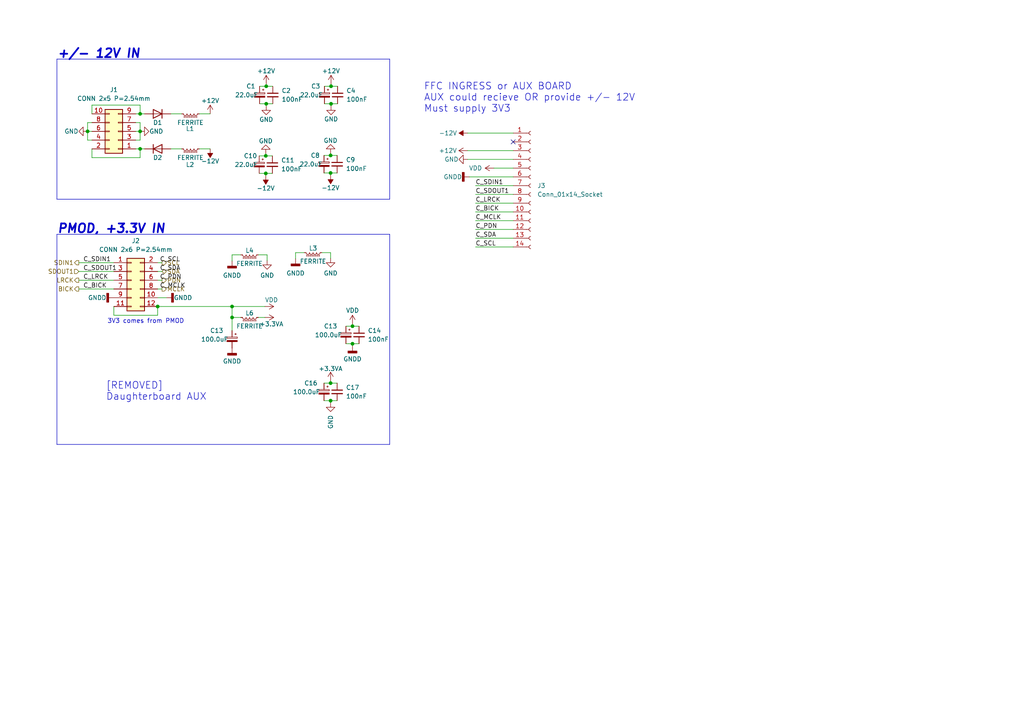
<source format=kicad_sch>
(kicad_sch (version 20230121) (generator eeschema)
  (paper "A4")
  (lib_symbols
    (symbol "Connector:Conn_01x14_Socket" (pin_names (offset 1.016) hide)
      (property "Reference" "J" (at 0 17.78 0))
      (property "Value" "Conn_01x14_Socket" (at 0 -20.32 0))
      (symbol "Conn_01x14_Socket_1_1"
        (arc (start 0 -17.272) (mid -0.5058 -17.78) (end 0 -18.288) (stroke (width 0.1524)))
        (arc (start 0 -14.732) (mid -0.5058 -15.24) (end 0 -15.748) (stroke (width 0.1524)))
        (arc (start 0 -12.192) (mid -0.5058 -12.7) (end 0 -13.208) (stroke (width 0.1524)))
        (arc (start 0 -9.652) (mid -0.5058 -10.16) (end 0 -10.668) (stroke (width 0.1524)))
        (arc (start 0 -7.112) (mid -0.5058 -7.62) (end 0 -8.128) (stroke (width 0.1524)))
        (arc (start 0 -4.572) (mid -0.5058 -5.08) (end 0 -5.588) (stroke (width 0.1524)))
        (arc (start 0 -2.032) (mid -0.5058 -2.54) (end 0 -3.048) (stroke (width 0.1524)))
        (polyline (pts (xy -1.27 -17.78) (xy -0.508 -17.78)) (stroke (width 0.1524)))
        (polyline (pts (xy -1.27 -15.24) (xy -0.508 -15.24)) (stroke (width 0.1524)))
        (polyline (pts (xy -1.27 -12.7) (xy -0.508 -12.7)) (stroke (width 0.1524)))
        (polyline (pts (xy -1.27 -10.16) (xy -0.508 -10.16)) (stroke (width 0.1524)))
        (polyline (pts (xy -1.27 -7.62) (xy -0.508 -7.62)) (stroke (width 0.1524)))
        (polyline (pts (xy -1.27 -5.08) (xy -0.508 -5.08)) (stroke (width 0.1524)))
        (polyline (pts (xy -1.27 -2.54) (xy -0.508 -2.54)) (stroke (width 0.1524)))
        (polyline (pts (xy -1.27 0) (xy -0.508 0)) (stroke (width 0.1524)))
        (polyline (pts (xy -1.27 2.54) (xy -0.508 2.54)) (stroke (width 0.1524)))
        (polyline (pts (xy -1.27 5.08) (xy -0.508 5.08)) (stroke (width 0.1524)))
        (polyline (pts (xy -1.27 7.62) (xy -0.508 7.62)) (stroke (width 0.1524)))
        (polyline (pts (xy -1.27 10.16) (xy -0.508 10.16)) (stroke (width 0.1524)))
        (polyline (pts (xy -1.27 12.7) (xy -0.508 12.7)) (stroke (width 0.1524)))
        (polyline (pts (xy -1.27 15.24) (xy -0.508 15.24)) (stroke (width 0.1524)))
        (arc (start 0 0.508) (mid -0.5058 0) (end 0 -0.508) (stroke (width 0.1524)))
        (arc (start 0 3.048) (mid -0.5058 2.54) (end 0 2.032) (stroke (width 0.1524)))
        (arc (start 0 5.588) (mid -0.5058 5.08) (end 0 4.572) (stroke (width 0.1524)))
        (arc (start 0 8.128) (mid -0.5058 7.62) (end 0 7.112) (stroke (width 0.1524)))
        (arc (start 0 10.668) (mid -0.5058 10.16) (end 0 9.652) (stroke (width 0.1524)))
        (arc (start 0 13.208) (mid -0.5058 12.7) (end 0 12.192) (stroke (width 0.1524)))
        (arc (start 0 15.748) (mid -0.5058 15.24) (end 0 14.732) (stroke (width 0.1524)))
        (pin passive line (at -5.08 15.24 0) (length 3.81) (name "Pin_1") (number "1"))
        (pin passive line (at -5.08 -7.62 0) (length 3.81) (name "Pin_10") (number "10"))
        (pin passive line (at -5.08 -10.16 0) (length 3.81) (name "Pin_11") (number "11"))
        (pin passive line (at -5.08 -12.7 0) (length 3.81) (name "Pin_12") (number "12"))
        (pin passive line (at -5.08 -15.24 0) (length 3.81) (name "Pin_13") (number "13"))
        (pin passive line (at -5.08 -17.78 0) (length 3.81) (name "Pin_14") (number "14"))
        (pin passive line (at -5.08 12.7 0) (length 3.81) (name "Pin_2") (number "2"))
        (pin passive line (at -5.08 10.16 0) (length 3.81) (name "Pin_3") (number "3"))
        (pin passive line (at -5.08 7.62 0) (length 3.81) (name "Pin_4") (number "4"))
        (pin passive line (at -5.08 5.08 0) (length 3.81) (name "Pin_5") (number "5"))
        (pin passive line (at -5.08 2.54 0) (length 3.81) (name "Pin_6") (number "6"))
        (pin passive line (at -5.08 0 0) (length 3.81) (name "Pin_7") (number "7"))
        (pin passive line (at -5.08 -2.54 0) (length 3.81) (name "Pin_8") (number "8"))
        (pin passive line (at -5.08 -5.08 0) (length 3.81) (name "Pin_9") (number "9"))
      )
    )
    (symbol "Connector_Generic:Conn_02x05_Odd_Even" (pin_names (offset 1.016) hide)
      (property "Reference" "J" (at 1.27 7.62 0))
      (property "Value" "Conn_02x05_Odd_Even" (at 1.27 -7.62 0))
      (symbol "Conn_02x05_Odd_Even_1_1"
        (rectangle (start -1.27 -4.953) (end 0 -5.207) (stroke (width 0.1524)))
        (rectangle (start -1.27 -2.413) (end 0 -2.667) (stroke (width 0.1524)))
        (rectangle (start -1.27 0.127) (end 0 -0.127) (stroke (width 0.1524)))
        (rectangle (start -1.27 2.667) (end 0 2.413) (stroke (width 0.1524)))
        (rectangle (start -1.27 5.207) (end 0 4.953) (stroke (width 0.1524)))
        (rectangle (start -1.27 6.35) (end 3.81 -6.35) (stroke (width 0.254)) (fill (type background)))
        (rectangle (start 3.81 -4.953) (end 2.54 -5.207) (stroke (width 0.1524)))
        (rectangle (start 3.81 -2.413) (end 2.54 -2.667) (stroke (width 0.1524)))
        (rectangle (start 3.81 0.127) (end 2.54 -0.127) (stroke (width 0.1524)))
        (rectangle (start 3.81 2.667) (end 2.54 2.413) (stroke (width 0.1524)))
        (rectangle (start 3.81 5.207) (end 2.54 4.953) (stroke (width 0.1524)))
        (pin passive line (at -5.08 5.08 0) (length 3.81) (name "Pin_1") (number "1"))
        (pin passive line (at 7.62 -5.08 180) (length 3.81) (name "Pin_10") (number "10"))
        (pin passive line (at 7.62 5.08 180) (length 3.81) (name "Pin_2") (number "2"))
        (pin passive line (at -5.08 2.54 0) (length 3.81) (name "Pin_3") (number "3"))
        (pin passive line (at 7.62 2.54 180) (length 3.81) (name "Pin_4") (number "4"))
        (pin passive line (at -5.08 0 0) (length 3.81) (name "Pin_5") (number "5"))
        (pin passive line (at 7.62 0 180) (length 3.81) (name "Pin_6") (number "6"))
        (pin passive line (at -5.08 -2.54 0) (length 3.81) (name "Pin_7") (number "7"))
        (pin passive line (at 7.62 -2.54 180) (length 3.81) (name "Pin_8") (number "8"))
        (pin passive line (at -5.08 -5.08 0) (length 3.81) (name "Pin_9") (number "9"))
      )
    )
    (symbol "Connector_Generic:Conn_02x06_Odd_Even" (pin_names (offset 1.016) hide)
      (property "Reference" "J" (at 1.27 7.62 0))
      (property "Value" "Conn_02x06_Odd_Even" (at 1.27 -10.16 0))
      (symbol "Conn_02x06_Odd_Even_1_1"
        (rectangle (start -1.27 -7.493) (end 0 -7.747) (stroke (width 0.1524)))
        (rectangle (start -1.27 -4.953) (end 0 -5.207) (stroke (width 0.1524)))
        (rectangle (start -1.27 -2.413) (end 0 -2.667) (stroke (width 0.1524)))
        (rectangle (start -1.27 0.127) (end 0 -0.127) (stroke (width 0.1524)))
        (rectangle (start -1.27 2.667) (end 0 2.413) (stroke (width 0.1524)))
        (rectangle (start -1.27 5.207) (end 0 4.953) (stroke (width 0.1524)))
        (rectangle (start -1.27 6.35) (end 3.81 -8.89) (stroke (width 0.254)) (fill (type background)))
        (rectangle (start 3.81 -7.493) (end 2.54 -7.747) (stroke (width 0.1524)))
        (rectangle (start 3.81 -4.953) (end 2.54 -5.207) (stroke (width 0.1524)))
        (rectangle (start 3.81 -2.413) (end 2.54 -2.667) (stroke (width 0.1524)))
        (rectangle (start 3.81 0.127) (end 2.54 -0.127) (stroke (width 0.1524)))
        (rectangle (start 3.81 2.667) (end 2.54 2.413) (stroke (width 0.1524)))
        (rectangle (start 3.81 5.207) (end 2.54 4.953) (stroke (width 0.1524)))
        (pin passive line (at -5.08 5.08 0) (length 3.81) (name "Pin_1") (number "1"))
        (pin passive line (at 7.62 -5.08 180) (length 3.81) (name "Pin_10") (number "10"))
        (pin passive line (at -5.08 -7.62 0) (length 3.81) (name "Pin_11") (number "11"))
        (pin passive line (at 7.62 -7.62 180) (length 3.81) (name "Pin_12") (number "12"))
        (pin passive line (at 7.62 5.08 180) (length 3.81) (name "Pin_2") (number "2"))
        (pin passive line (at -5.08 2.54 0) (length 3.81) (name "Pin_3") (number "3"))
        (pin passive line (at 7.62 2.54 180) (length 3.81) (name "Pin_4") (number "4"))
        (pin passive line (at -5.08 0 0) (length 3.81) (name "Pin_5") (number "5"))
        (pin passive line (at 7.62 0 180) (length 3.81) (name "Pin_6") (number "6"))
        (pin passive line (at -5.08 -2.54 0) (length 3.81) (name "Pin_7") (number "7"))
        (pin passive line (at 7.62 -2.54 180) (length 3.81) (name "Pin_8") (number "8"))
        (pin passive line (at -5.08 -5.08 0) (length 3.81) (name "Pin_9") (number "9"))
      )
    )
    (symbol "Device:C_Polarized_Small" (pin_numbers hide) (pin_names (offset 0.254) hide)
      (property "Reference" "C" (at 0.254 1.778 0))
      (property "Value" "C_Polarized_Small" (at 0.254 -2.032 0))
      (symbol "C_Polarized_Small_0_1"
        (rectangle (start -1.524 -0.3048) (end 1.524 -0.6858) (fill (type outline)))
        (rectangle (start -1.524 0.6858) (end 1.524 0.3048))
        (polyline (pts (xy -1.27 1.524) (xy -0.762 1.524)))
        (polyline (pts (xy -1.016 1.27) (xy -1.016 1.778)))
      )
      (symbol "C_Polarized_Small_1_1"
        (pin passive line (at 0 2.54 270) (length 1.8542) (name "~") (number "1"))
        (pin passive line (at 0 -2.54 90) (length 1.8542) (name "~") (number "2"))
      )
    )
    (symbol "Device:C_Small" (pin_numbers hide) (pin_names (offset 0.254) hide)
      (property "Reference" "C" (at 0.254 1.778 0))
      (property "Value" "C_Small" (at 0.254 -2.032 0))
      (symbol "C_Small_0_1"
        (polyline (pts (xy -1.524 -0.508) (xy 1.524 -0.508)) (stroke (width 0.3302)))
        (polyline (pts (xy -1.524 0.508) (xy 1.524 0.508)) (stroke (width 0.3048)))
      )
      (symbol "C_Small_1_1"
        (pin passive line (at 0 2.54 270) (length 2.032) (name "~") (number "1"))
        (pin passive line (at 0 -2.54 90) (length 2.032) (name "~") (number "2"))
      )
    )
    (symbol "Device:L_Ferrite_Small" (pin_numbers hide) (pin_names (offset 0.254) hide)
      (property "Reference" "L" (at 1.27 1.016 0))
      (property "Value" "L_Ferrite_Small" (at 1.27 -1.27 0))
      (symbol "L_Ferrite_Small_0_1"
        (arc (start 0 -2.032) (mid 0.5058 -1.524) (end 0 -1.016))
        (arc (start 0 -1.016) (mid 0.5058 -0.508) (end 0 0))
        (polyline (pts (xy 0.762 -1.905) (xy 0.762 -1.651)))
        (polyline (pts (xy 0.762 -1.397) (xy 0.762 -1.143)))
        (polyline (pts (xy 0.762 -0.889) (xy 0.762 -0.635)))
        (polyline (pts (xy 0.762 -0.381) (xy 0.762 -0.127)))
        (polyline (pts (xy 0.762 0.127) (xy 0.762 0.381)))
        (polyline (pts (xy 0.762 0.635) (xy 0.762 0.889)))
        (polyline (pts (xy 0.762 1.143) (xy 0.762 1.397)))
        (polyline (pts (xy 0.762 1.651) (xy 0.762 1.905)))
        (polyline (pts (xy 1.016 -1.651) (xy 1.016 -1.905)))
        (polyline (pts (xy 1.016 -1.143) (xy 1.016 -1.397)))
        (polyline (pts (xy 1.016 -0.635) (xy 1.016 -0.889)))
        (polyline (pts (xy 1.016 -0.127) (xy 1.016 -0.381)))
        (polyline (pts (xy 1.016 0.381) (xy 1.016 0.127)))
        (polyline (pts (xy 1.016 0.889) (xy 1.016 0.635)))
        (polyline (pts (xy 1.016 1.397) (xy 1.016 1.143)))
        (polyline (pts (xy 1.016 1.905) (xy 1.016 1.651)))
        (arc (start 0 0) (mid 0.5058 0.508) (end 0 1.016))
        (arc (start 0 1.016) (mid 0.5058 1.524) (end 0 2.032))
      )
      (symbol "L_Ferrite_Small_1_1"
        (pin passive line (at 0 2.54 270) (length 0.508) (name "~") (number "1"))
        (pin passive line (at 0 -2.54 90) (length 0.508) (name "~") (number "2"))
      )
    )
    (symbol "Diode:US1G" (pin_numbers hide) (pin_names (offset 1.016) hide)
      (property "Reference" "D" (at 0 2.54 0))
      (property "Value" "US1G" (at 0 -2.54 0))
      (symbol "US1G_0_1"
        (polyline (pts (xy -1.27 1.27) (xy -1.27 -1.27)) (stroke (width 0.254)))
        (polyline (pts (xy 1.27 0) (xy -1.27 0)))
        (polyline (pts (xy 1.27 1.27) (xy 1.27 -1.27) (xy -1.27 0) (xy 1.27 1.27)) (stroke (width 0.254)))
      )
      (symbol "US1G_1_1"
        (pin passive line (at -3.81 0 0) (length 2.54) (name "K") (number "1"))
        (pin passive line (at 3.81 0 180) (length 2.54) (name "A") (number "2"))
      )
    )
    (symbol "power:+12V" (power) (pin_names (offset 0))
      (property "Value" "+12V" (at 0 3.556 0))
      (symbol "+12V_0_1"
        (polyline (pts (xy -0.762 1.27) (xy 0 2.54)))
        (polyline (pts (xy 0 0) (xy 0 2.54)))
        (polyline (pts (xy 0 2.54) (xy 0.762 1.27)))
      )
      (symbol "+12V_1_1"
        (pin power_in line (at 0 0 90) (length 0) hide (name "+12V") (number "1"))
      )
    )
    (symbol "power:+3.3VA" (power) (pin_names (offset 0))
      (property "Value" "+3.3VA" (at 0 3.556 0))
      (symbol "+3.3VA_0_1"
        (polyline (pts (xy -0.762 1.27) (xy 0 2.54)))
        (polyline (pts (xy 0 0) (xy 0 2.54)))
        (polyline (pts (xy 0 2.54) (xy 0.762 1.27)))
      )
      (symbol "+3.3VA_1_1"
        (pin power_in line (at 0 0 90) (length 0) hide (name "+3.3VA") (number "1"))
      )
    )
    (symbol "power:-12V" (power) (pin_names (offset 0))
      (property "Value" "-12V" (at 0 3.81 0))
      (symbol "-12V_0_0"
        (pin power_in line (at 0 0 90) (length 0) hide (name "-12V") (number "1"))
      )
      (symbol "-12V_0_1"
        (polyline (pts (xy 0 0) (xy 0 1.27) (xy 0.762 1.27) (xy 0 2.54) (xy -0.762 1.27) (xy 0 1.27)) (fill (type outline)))
      )
    )
    (symbol "power:GND" (power) (pin_names (offset 0))
      (property "Value" "GND" (at 0 -3.81 0))
      (symbol "GND_0_1"
        (polyline (pts (xy 0 0) (xy 0 -1.27) (xy 1.27 -1.27) (xy 0 -2.54) (xy -1.27 -1.27) (xy 0 -1.27)))
      )
      (symbol "GND_1_1"
        (pin power_in line (at 0 0 270) (length 0) hide (name "GND") (number "1"))
      )
    )
    (symbol "power:GNDD" (power) (pin_names (offset 0))
      (property "Value" "GNDD" (at 0 -3.175 0))
      (symbol "GNDD_0_1"
        (rectangle (start -1.27 -1.524) (end 1.27 -2.032) (stroke (width 0.254)) (fill (type outline)))
        (polyline (pts (xy 0 0) (xy 0 -1.524)))
      )
      (symbol "GNDD_1_1"
        (pin power_in line (at 0 0 270) (length 0) hide (name "GNDD") (number "1"))
      )
    )
    (symbol "power:VDD" (power) (pin_names (offset 0))
      (property "Value" "VDD" (at 0 3.81 0))
      (symbol "VDD_0_1"
        (polyline (pts (xy -0.762 1.27) (xy 0 2.54)))
        (polyline (pts (xy 0 0) (xy 0 2.54)))
        (polyline (pts (xy 0 2.54) (xy 0.762 1.27)))
      )
      (symbol "VDD_1_1"
        (pin power_in line (at 0 0 90) (length 0) hide (name "VDD") (number "1"))
      )
    )
  )
  (junction (at 45.72 88.9))
  (junction (at 96.012 30.099))
  (junction (at 77.216 25.019))
  (junction (at 25.4 38.1))
  (junction (at 77.089 50.292))
  (junction (at 95.885 45.085))
  (junction (at 40.64 38.1))
  (junction (at 95.885 111.125))
  (junction (at 77.216 30.099))
  (junction (at 77.089 45.212))
  (junction (at 95.885 50.165))
  (junction (at 40.64 43.18))
  (junction (at 96.012 25.019))
  (junction (at 95.885 116.205))
  (junction (at 67.31 88.9))
  (junction (at 102.235 99.695))
  (junction (at 67.31 92.075))
  (junction (at 40.64 33.02))
  (junction (at 102.235 94.615))
  (no_connect (at 148.844 41.148))
  (wire (pts (xy 75.184 45.212) (xy 77.089 45.212)))
  (wire (pts (xy 93.98 45.085) (xy 95.885 45.085)))
  (polyline (pts (xy 113.03 57.785) (xy 16.51 57.785)))
  (wire (pts (xy 93.98 116.205) (xy 95.885 116.205)))
  (wire (pts (xy 45.72 78.74) (xy 46.99 78.74)))
  (wire (pts (xy 77.089 50.292) (xy 77.089 50.927)))
  (wire (pts (xy 96.012 30.099) (xy 96.012 30.734)))
  (polyline (pts (xy 19.05 17.145) (xy 113.03 17.145)))
  (wire (pts (xy 40.64 45.72) (xy 26.67 45.72)))
  (wire (pts (xy 100.33 99.695) (xy 102.235 99.695)))
  (wire (pts (xy 40.64 43.18) (xy 40.64 45.72)))
  (wire (pts (xy 74.93 73.914) (xy 77.47 73.914)))
  (wire (pts (xy 22.86 81.28) (xy 33.02 81.28)))
  (wire (pts (xy 77.47 75.565) (xy 77.47 73.914)))
  (wire (pts (xy 96.012 30.099) (xy 97.917 30.099)))
  (wire (pts (xy 95.885 111.125) (xy 97.79 111.125)))
  (wire (pts (xy 77.216 30.099) (xy 79.121 30.099)))
  (wire (pts (xy 93.98 50.165) (xy 95.885 50.165)))
  (wire (pts (xy 95.885 74.93) (xy 95.885 73.279)))
  (wire (pts (xy 95.885 44.45) (xy 95.885 45.085)))
  (wire (pts (xy 49.53 43.18) (xy 52.705 43.18)))
  (wire (pts (xy 39.37 33.02) (xy 40.64 33.02)))
  (wire (pts (xy 40.64 33.02) (xy 41.91 33.02)))
  (wire (pts (xy 77.216 24.384) (xy 77.216 25.019)))
  (wire (pts (xy 33.02 88.9) (xy 33.02 91.44)))
  (wire (pts (xy 39.37 35.56) (xy 40.64 35.56)))
  (polyline (pts (xy 16.51 57.785) (xy 16.51 17.145)))
  (wire (pts (xy 95.885 50.165) (xy 95.885 50.8)))
  (wire (pts (xy 25.4 35.56) (xy 26.67 35.56)))
  (wire (pts (xy 77.089 45.212) (xy 78.994 45.212)))
  (wire (pts (xy 40.64 43.18) (xy 41.91 43.18)))
  (wire (pts (xy 45.72 86.36) (xy 48.26 86.36)))
  (wire (pts (xy 102.235 93.98) (xy 102.235 94.615)))
  (polyline (pts (xy 113.03 67.945) (xy 113.03 128.905)))
  (wire (pts (xy 67.31 73.914) (xy 67.31 75.692)))
  (wire (pts (xy 137.922 58.928) (xy 148.844 58.928)))
  (wire (pts (xy 67.31 73.914) (xy 69.85 73.914)))
  (wire (pts (xy 137.922 66.548) (xy 148.844 66.548)))
  (wire (pts (xy 57.785 43.18) (xy 60.96 43.18)))
  (wire (pts (xy 22.86 78.74) (xy 33.02 78.74)))
  (wire (pts (xy 45.72 83.82) (xy 46.99 83.82)))
  (wire (pts (xy 45.72 88.9) (xy 67.31 88.9)))
  (wire (pts (xy 95.885 116.205) (xy 97.79 116.205)))
  (wire (pts (xy 95.885 116.205) (xy 95.885 116.84)))
  (wire (pts (xy 33.02 91.44) (xy 45.72 91.44)))
  (wire (pts (xy 26.67 30.48) (xy 26.67 33.02)))
  (wire (pts (xy 22.86 76.2) (xy 33.02 76.2)))
  (wire (pts (xy 95.885 110.49) (xy 95.885 111.125)))
  (wire (pts (xy 96.012 24.384) (xy 96.012 25.019)))
  (wire (pts (xy 26.67 40.64) (xy 25.4 40.64)))
  (wire (pts (xy 136.144 51.308) (xy 148.844 51.308)))
  (wire (pts (xy 137.922 71.628) (xy 148.844 71.628)))
  (wire (pts (xy 39.37 40.64) (xy 40.64 40.64)))
  (wire (pts (xy 40.64 38.1) (xy 40.64 40.64)))
  (wire (pts (xy 45.72 81.28) (xy 46.99 81.28)))
  (wire (pts (xy 137.922 69.088) (xy 148.844 69.088)))
  (polyline (pts (xy 16.51 17.145) (xy 19.05 17.145)))
  (wire (pts (xy 137.922 56.388) (xy 148.844 56.388)))
  (wire (pts (xy 93.98 111.125) (xy 95.885 111.125)))
  (wire (pts (xy 135.636 46.228) (xy 148.844 46.228)))
  (wire (pts (xy 85.725 73.279) (xy 88.265 73.279)))
  (wire (pts (xy 45.72 76.2) (xy 46.99 76.2)))
  (wire (pts (xy 77.216 25.019) (xy 79.121 25.019)))
  (polyline (pts (xy 16.51 67.945) (xy 16.51 128.905)))
  (wire (pts (xy 93.345 73.279) (xy 95.885 73.279)))
  (wire (pts (xy 94.107 30.099) (xy 96.012 30.099)))
  (wire (pts (xy 74.93 92.075) (xy 76.835 92.075)))
  (wire (pts (xy 49.53 33.02) (xy 52.705 33.02)))
  (wire (pts (xy 135.636 38.608) (xy 148.844 38.608)))
  (wire (pts (xy 102.235 94.615) (xy 104.14 94.615)))
  (wire (pts (xy 102.235 99.695) (xy 104.14 99.695)))
  (polyline (pts (xy 16.51 67.945) (xy 113.03 67.945)))
  (wire (pts (xy 67.31 88.9) (xy 76.835 88.9)))
  (wire (pts (xy 22.86 83.82) (xy 33.02 83.82)))
  (wire (pts (xy 40.64 33.02) (xy 40.64 30.48)))
  (wire (pts (xy 77.089 44.577) (xy 77.089 45.212)))
  (wire (pts (xy 75.311 25.019) (xy 77.216 25.019)))
  (wire (pts (xy 100.33 94.615) (xy 102.235 94.615)))
  (wire (pts (xy 95.885 50.165) (xy 97.79 50.165)))
  (wire (pts (xy 25.4 38.1) (xy 26.67 38.1)))
  (wire (pts (xy 26.67 45.72) (xy 26.67 43.18)))
  (wire (pts (xy 77.216 30.099) (xy 77.216 30.734)))
  (wire (pts (xy 67.31 92.075) (xy 67.31 95.885)))
  (wire (pts (xy 40.64 30.48) (xy 26.67 30.48)))
  (wire (pts (xy 67.31 92.075) (xy 69.85 92.075)))
  (wire (pts (xy 96.012 25.019) (xy 97.917 25.019)))
  (wire (pts (xy 57.785 33.02) (xy 60.96 33.02)))
  (wire (pts (xy 137.922 64.008) (xy 148.844 64.008)))
  (wire (pts (xy 75.184 50.292) (xy 77.089 50.292)))
  (wire (pts (xy 25.4 40.64) (xy 25.4 38.1)))
  (wire (pts (xy 45.72 91.44) (xy 45.72 88.9)))
  (wire (pts (xy 77.089 50.292) (xy 78.994 50.292)))
  (wire (pts (xy 137.922 61.468) (xy 148.844 61.468)))
  (wire (pts (xy 39.37 38.1) (xy 40.64 38.1)))
  (wire (pts (xy 85.725 73.279) (xy 85.725 75.057)))
  (wire (pts (xy 135.636 43.688) (xy 148.844 43.688)))
  (wire (pts (xy 25.4 38.1) (xy 25.4 35.56)))
  (wire (pts (xy 39.37 43.18) (xy 40.64 43.18)))
  (wire (pts (xy 75.311 30.099) (xy 77.216 30.099)))
  (wire (pts (xy 94.107 25.019) (xy 96.012 25.019)))
  (wire (pts (xy 67.31 88.9) (xy 67.31 92.075)))
  (polyline (pts (xy 113.03 17.145) (xy 113.03 57.785)))
  (wire (pts (xy 40.64 35.56) (xy 40.64 38.1)))
  (wire (pts (xy 137.922 53.848) (xy 148.844 53.848)))
  (wire (pts (xy 102.235 99.695) (xy 102.235 100.33)))
  (polyline (pts (xy 113.03 128.905) (xy 16.51 128.905)))
  (wire (pts (xy 143.256 48.768) (xy 148.844 48.768)))
  (wire (pts (xy 95.885 45.085) (xy 97.79 45.085)))
  (text "+/- 12V IN" (at 16.51 17.145 0) (effects (font (size 2.54 2.54) (thickness 0.508) bold italic) (justify left bottom)))
  (text "PMOD, +3.3V IN" (at 16.51 67.945 0) (effects (font (size 2.54 2.54) (thickness 0.508) bold italic) (justify left bottom)))
  (text "3V3 comes from PMOD" (at 31.115 93.98 0) (effects (font (size 1.27 1.27)) (justify left bottom)))
  (text "[REMOVED]\nDaughterboard AUX" (at 30.734 116.332 0) (effects (font (size 2 2)) (justify left bottom)))
  (text "FFC INGRESS or AUX BOARD\nAUX could recieve OR provide +/- 12V\nMust supply 3V3" (at 122.936 32.766 0) (effects (font (size 2 2)) (justify left bottom)))
  (label "C_MCLK" (at 46.355 83.82 0))
  (label "C_SCL" (at 137.922 71.628 0))
  (label "C_SCL" (at 46.355 76.2 0))
  (label "C_SDOUT1" (at 24.13 78.74 0))
  (label "C_LRCK" (at 137.922 58.928 0))
  (label "C_SDA" (at 137.922 69.088 0))
  (label "C_SDIN1" (at 24.13 76.2 0))
  (label "C_BICK" (at 137.922 61.468 0))
  (label "C_PDN" (at 46.355 81.28 0))
  (label "C_PDN" (at 137.922 66.548 0))
  (label "C_MCLK" (at 137.922 64.008 0))
  (label "C_SDOUT1" (at 137.922 56.388 0))
  (label "C_LRCK" (at 24.13 81.28 0))
  (label "C_BICK" (at 24.13 83.82 0))
  (label "C_SDA" (at 46.355 78.74 0))
  (label "C_SDIN1" (at 137.922 53.848 0))
  (hierarchical_label "SDOUT1" (shape input) (at 22.86 78.74 180))
  (hierarchical_label "SDA" (shape bidirectional) (at 46.99 78.74 0))
  (hierarchical_label "LRCK" (shape output) (at 22.86 81.28 180))
  (hierarchical_label "PDN" (shape output) (at 46.99 81.28 0))
  (hierarchical_label "BICK" (shape output) (at 22.86 83.82 180))
  (hierarchical_label "SDIN1" (shape output) (at 22.86 76.2 180))
  (hierarchical_label "SCL" (shape output) (at 46.99 76.2 0))
  (hierarchical_label "MCLK" (shape output) (at 46.99 83.82 0))
  (symbol (lib_id "Connector_Generic:Conn_02x05_Odd_Even") (at 34.29 38.1 180) (unit 1)
    (property "Reference" "J1" (at 33.02 26.035 0))
    (property "Value" "CONN 2x5 P=2.54mm" (at 33.02 28.575 0))
    (property "Footprint" "Connector_PinHeader_2.54mm:PinHeader_2x05_P2.54mm_Horizontal" (effects hide))
    (property "lcsc#" "C492433" (effects hide))
    (property "mfg#" "PZ254R-12-10P" (effects hide))
  )
  (symbol (lib_id "Device:C_Polarized_Small") (at 94.107 27.559 0) (mirror y) (unit 1)
    (property "Reference" "C3" (at 91.567 25.019 0))
    (property "Value" "22.0uF" (at 90.297 27.559 0))
    (property "Footprint" "Capacitor_Tantalum_SMD:CP_EIA-3216-10_Kemet-I" (effects hide))
    (property "mfg#" "CA45-A-16V-22uF-K" (effects hide))
    (property "lcsc#" "C782264" (effects hide))
    (instances (project "eurorack-pmod-pcb" (path "" (reference "C3") (unit 1)) (path "" (reference "C11") (unit 1))))
  )
  (symbol (lib_id "power:GNDD") (at 85.725 75.057 0) (unit 1)
    (property "Reference" "#PWR027" (effects hide))
    (property "Value" "GNDD" (at 85.725 79.248 0))
    (instances (project "eurorack-pmod-pcb" (path "" (reference "#PWR027") (unit 1)) (path "" (reference "#PWR029") (unit 1))))
  )
  (symbol (lib_id "power:GNDD") (at 136.144 51.308 270) (unit 1)
    (property "Reference" "#PWR032" (effects hide))
    (property "Value" "GNDD" (at 131.318 51.308 90))
    (instances (project "eurorack-pmod-pcb" (path "" (reference "#PWR032") (unit 1)) (path "" (reference "#PWR012") (unit 1))))
  )
  (symbol (lib_id "power:+12V") (at 77.216 24.384 0) (unit 1)
    (property "Reference" "#PWR08" (effects hide))
    (property "Value" "+12V" (at 74.549 20.574 0) (effects (justify left)))
    (instances (project "eurorack-pmod-pcb" (path "" (reference "#PWR08") (unit 1)) (path "" (reference "#PWR026") (unit 1))))
  )
  (symbol (lib_id "Device:L_Ferrite_Small") (at 55.245 33.02 270) (unit 1)
    (property "Reference" "L1" (at 55.118 37.338 90))
    (property "Value" "FERRITE" (at 55.245 35.56 90))
    (property "Footprint" "Inductor_SMD:L_0603_1608Metric" (effects hide))
    (property "Datasheet" "https://datasheet.lcsc.com/lcsc/1810311132_Murata-Electronics-BLM18PG121SN1D_C14709.pdf" (effects hide))
    (property "mfg#" "BLM18PG121SN1D" (effects hide))
    (property "lcsc#" "C14709" (effects hide))
  )
  (symbol (lib_id "power:GND") (at 135.636 46.228 270) (mirror x) (unit 1)
    (property "Reference" "#PWR014" (effects hide))
    (property "Value" "GND" (at 128.905 46.228 90) (effects (justify left)))
    (instances (project "eurorack-pmod-pcb" (path "" (reference "#PWR014") (unit 1)) (path "" (reference "#PWR0107") (unit 1))))
  )
  (symbol (lib_id "power:+12V") (at 60.96 33.02 0) (unit 1)
    (property "Reference" "#PWR012" (effects hide))
    (property "Value" "+12V" (at 63.627 29.21 0) (effects (justify right)))
    (instances (project "eurorack-pmod-pcb" (path "" (reference "#PWR012") (unit 1)) (path "" (reference "#PWR013") (unit 1))))
  )
  (symbol (lib_id "Device:C_Polarized_Small") (at 93.98 47.625 0) (mirror y) (unit 1)
    (property "Reference" "C8" (at 91.44 45.085 0))
    (property "Value" "22.0uF" (at 90.17 47.625 0))
    (property "Footprint" "Capacitor_Tantalum_SMD:CP_EIA-3216-10_Kemet-I" (effects hide))
    (property "mfg#" "CA45-A-16V-22uF-K" (effects hide))
    (property "lcsc#" "C782264" (effects hide))
    (instances (project "eurorack-pmod-pcb" (path "" (reference "C8") (unit 1)) (path "" (reference "C9") (unit 1))))
  )
  (symbol (lib_id "power:GND") (at 77.47 75.565 0) (unit 1)
    (property "Reference" "#PWR028" (effects hide))
    (property "Value" "GND" (at 75.438 79.883 0) (effects (justify left)))
  )
  (symbol (lib_id "Diode:US1G") (at 45.72 43.18 0) (unit 1)
    (property "Reference" "D2" (at 45.72 45.72 0))
    (property "Value" "1N4007FL" (effects hide))
    (property "Footprint" "Diode_SMD:D_SOD-123F" (effects hide))
    (property "Datasheet" "https://www.diodes.com/assets/Datasheets/ds16008.pdf" (effects hide))
    (property "dig#" "1655-1N4007FLCT-ND" (effects hide))
    (property "mfg#" "1N4007FL" (effects hide))
    (property "lcsc#" "C2840959" (effects hide))
  )
  (symbol (lib_id "power:GND") (at 95.885 44.45 180) (unit 1)
    (property "Reference" "#PWR019" (effects hide))
    (property "Value" "GND" (at 97.917 40.767 0) (effects (justify left)))
    (instances (project "eurorack-pmod-pcb" (path "" (reference "#PWR019") (unit 1)) (path "" (reference "#PWR031") (unit 1))))
  )
  (symbol (lib_id "power:GNDD") (at 33.02 86.36 270) (unit 1)
    (property "Reference" "#PWR031" (effects hide))
    (property "Value" "GNDD" (at 28.194 86.36 90))
    (instances (project "eurorack-pmod-pcb" (path "" (reference "#PWR031") (unit 1)) (path "" (reference "#PWR09") (unit 1))))
  )
  (symbol (lib_id "power:GNDD") (at 48.26 86.36 90) (unit 1)
    (property "Reference" "#PWR032" (effects hide))
    (property "Value" "GNDD" (at 53.086 86.36 90))
    (instances (project "eurorack-pmod-pcb" (path "" (reference "#PWR032") (unit 1)) (path "" (reference "#PWR011") (unit 1))))
  )
  (symbol (lib_id "Device:L_Ferrite_Small") (at 72.39 73.914 270) (unit 1)
    (property "Reference" "L4" (at 72.39 72.644 90))
    (property "Value" "FERRITE" (at 72.39 76.454 90))
    (property "Footprint" "Inductor_SMD:L_0603_1608Metric" (effects hide))
    (property "Datasheet" "https://datasheet.lcsc.com/lcsc/1810311132_Murata-Electronics-BLM18PG121SN1D_C14709.pdf" (effects hide))
    (property "mfg#" "BLM18PG121SN1D" (effects hide))
    (property "lcsc#" "C14709" (effects hide))
    (instances (project "eurorack-pmod-pcb" (path "" (reference "L4") (unit 1)) (path "" (reference "L3") (unit 1))))
  )
  (symbol (lib_id "Diode:US1G") (at 45.72 33.02 180) (unit 1)
    (property "Reference" "D1" (at 45.72 35.56 0))
    (property "Value" "1N4007FL" (effects hide))
    (property "Footprint" "Diode_SMD:D_SOD-123F" (effects hide))
    (property "Datasheet" "https://www.diodes.com/assets/Datasheets/ds16008.pdf" (effects hide))
    (property "dig#" "1655-1N4007FLCT-ND" (effects hide))
    (property "mfg#" "1N4007FL" (effects hide))
    (property "lcsc#" "C2840959" (effects hide))
  )
  (symbol (lib_id "Device:C_Polarized_Small") (at 75.311 27.559 0) (mirror y) (unit 1)
    (property "Reference" "C1" (at 72.771 25.019 0))
    (property "Value" "22.0uF" (at 71.501 27.559 0))
    (property "Footprint" "Capacitor_Tantalum_SMD:CP_EIA-3216-10_Kemet-I" (effects hide))
    (property "mfg#" "CA45-A-16V-22uF-K" (effects hide))
    (property "lcsc#" "C782264" (effects hide))
    (instances (project "eurorack-pmod-pcb" (path "" (reference "C1") (unit 1)) (path "" (reference "C5") (unit 1))))
  )
  (symbol (lib_id "Connector_Generic:Conn_02x06_Odd_Even") (at 38.1 81.28 0) (unit 1)
    (property "Reference" "J2" (at 39.37 69.85 0))
    (property "Value" "CONN 2x6 P=2.54mm" (at 39.37 72.39 0))
    (property "Footprint" "Connector_PinHeader_2.54mm:PinHeader_2x06_P2.54mm_Horizontal" (effects hide))
    (property "lcsc#" "C2894986" (effects hide))
    (property "mfg#" "PZ254-2-06-W-8.5" (effects hide))
  )
  (symbol (lib_id "Device:C_Small") (at 97.79 113.665 0) (unit 1)
    (property "Reference" "C17" (at 100.33 112.4012 0) (effects (justify left)))
    (property "Value" "100nF" (at 100.33 114.9412 0) (effects (justify left)))
    (property "Footprint" "Capacitor_SMD:C_0603_1608Metric" (effects hide))
    (property "Datasheet" "https://datasheet.lcsc.com/lcsc/1912111437_TDK-C1608X7R1E104KT000N_C338036.pdf" (effects hide))
    (property "lcsc#" "C338036" (effects hide))
    (property "mfg#" "C1608X7R1E104KT000N" (effects hide))
    (instances (project "eurorack-pmod-pcb" (path "" (reference "C17") (unit 1)) (path "" (reference "C14") (unit 1))))
  )
  (symbol (lib_id "power:GND") (at 95.885 116.84 0) (unit 1)
    (property "Reference" "#PWR048" (effects hide))
    (property "Value" "GND" (at 95.885 124.46 90) (effects (justify left)))
    (instances (project "eurorack-pmod-pcb" (path "" (reference "#PWR048") (unit 1)) (path "" (reference "#PWR037") (unit 1))))
  )
  (symbol (lib_id "Device:L_Ferrite_Small") (at 72.39 92.075 270) (unit 1)
    (property "Reference" "L6" (at 72.39 90.805 90))
    (property "Value" "FERRITE" (at 72.39 94.615 90))
    (property "Footprint" "Inductor_SMD:L_0603_1608Metric" (effects hide))
    (property "Datasheet" "https://datasheet.lcsc.com/lcsc/1810311132_Murata-Electronics-BLM18PG121SN1D_C14709.pdf" (effects hide))
    (property "mfg#" "BLM18PG121SN1D" (effects hide))
    (property "lcsc#" "C14709" (effects hide))
    (instances (project "eurorack-pmod-pcb" (path "" (reference "L6") (unit 1)) (path "" (reference "L4") (unit 1))))
  )
  (symbol (lib_id "Device:C_Small") (at 78.994 47.752 0) (unit 1)
    (property "Reference" "C11" (at 81.534 46.4882 0) (effects (justify left)))
    (property "Value" "100nF" (at 81.534 49.0282 0) (effects (justify left)))
    (property "Footprint" "Capacitor_SMD:C_0603_1608Metric" (effects hide))
    (property "Datasheet" "https://datasheet.lcsc.com/lcsc/1912111437_TDK-C1608X7R1E104KT000N_C338036.pdf" (effects hide))
    (property "lcsc#" "C338036" (effects hide))
    (property "mfg#" "C1608X7R1E104KT000N" (effects hide))
    (instances (project "eurorack-pmod-pcb" (path "" (reference "C11") (unit 1)) (path "" (reference "C6") (unit 1))))
  )
  (symbol (lib_id "power:-12V") (at 135.636 38.608 90) (unit 1)
    (property "Reference" "#PWR018" (effects hide))
    (property "Value" "-12V" (at 132.588 38.608 90) (effects (justify left)))
    (instances (project "eurorack-pmod-pcb" (path "" (reference "#PWR018") (unit 1)) (path "" (reference "#PWR0115") (unit 1))))
  )
  (symbol (lib_id "power:+12V") (at 135.636 43.688 90) (unit 1)
    (property "Reference" "#PWR012" (effects hide))
    (property "Value" "+12V" (at 127.254 43.688 90) (effects (justify right)))
    (instances (project "eurorack-pmod-pcb" (path "" (reference "#PWR012") (unit 1)) (path "" (reference "#PWR0114") (unit 1))))
  )
  (symbol (lib_id "Device:C_Polarized_Small") (at 93.98 113.665 0) (mirror y) (unit 1)
    (property "Reference" "C16" (at 90.17 111.125 0))
    (property "Value" "100.0uF" (at 88.9 113.665 0))
    (property "Footprint" "Capacitor_Tantalum_SMD:CP_EIA-3216-10_Kemet-I" (effects hide))
    (property "mfg#" "TLJA107M006R0800" (effects hide))
    (property "lcsc#" "C27279" (effects hide))
    (instances (project "eurorack-pmod-pcb" (path "" (reference "C16") (unit 1)) (path "" (reference "C10") (unit 1))))
  )
  (symbol (lib_id "power:GND") (at 77.089 44.577 180) (unit 1)
    (property "Reference" "#PWR020" (effects hide))
    (property "Value" "GND" (at 79.121 40.894 0) (effects (justify left)))
    (instances (project "eurorack-pmod-pcb" (path "" (reference "#PWR020") (unit 1)) (path "" (reference "#PWR024") (unit 1))))
  )
  (symbol (lib_id "power:-12V") (at 95.885 50.8 180) (unit 1)
    (property "Reference" "#PWR024" (effects hide))
    (property "Value" "-12V" (at 93.218 54.483 0) (effects (justify right)))
    (instances (project "eurorack-pmod-pcb" (path "" (reference "#PWR024") (unit 1)) (path "" (reference "#PWR032") (unit 1))))
  )
  (symbol (lib_id "power:GND") (at 25.4 38.1 270) (mirror x) (unit 1)
    (property "Reference" "#PWR013" (effects hide))
    (property "Value" "GND" (at 18.669 38.1 90) (effects (justify left)))
    (instances (project "eurorack-pmod-pcb" (path "" (reference "#PWR013") (unit 1)) (path "" (reference "#PWR08") (unit 1))))
  )
  (symbol (lib_id "power:GND") (at 40.64 38.1 90) (mirror x) (unit 1)
    (property "Reference" "#PWR014" (effects hide))
    (property "Value" "GND" (at 47.371 38.1 90) (effects (justify left)))
    (instances (project "eurorack-pmod-pcb" (path "" (reference "#PWR014") (unit 1)) (path "" (reference "#PWR010") (unit 1))))
  )
  (symbol (lib_id "Device:C_Small") (at 97.917 27.559 0) (unit 1)
    (property "Reference" "C4" (at 100.457 26.2952 0) (effects (justify left)))
    (property "Value" "100nF" (at 100.457 28.8352 0) (effects (justify left)))
    (property "Footprint" "Capacitor_SMD:C_0603_1608Metric" (effects hide))
    (property "Datasheet" "https://datasheet.lcsc.com/lcsc/1912111437_TDK-C1608X7R1E104KT000N_C338036.pdf" (effects hide))
    (property "lcsc#" "C338036" (effects hide))
    (property "mfg#" "C1608X7R1E104KT000N" (effects hide))
    (instances (project "eurorack-pmod-pcb" (path "" (reference "C4") (unit 1)) (path "" (reference "C15") (unit 1))))
  )
  (symbol (lib_id "power:GNDD") (at 102.235 100.33 0) (unit 1)
    (property "Reference" "#PWR039" (effects hide))
    (property "Value" "GNDD" (at 102.235 104.14 0))
    (instances (project "eurorack-pmod-pcb" (path "" (reference "#PWR039") (unit 1)) (path "" (reference "#PWR048") (unit 1))))
  )
  (symbol (lib_id "power:-12V") (at 77.089 50.927 180) (unit 1)
    (property "Reference" "#PWR025" (effects hide))
    (property "Value" "-12V" (at 74.422 54.61 0) (effects (justify right)))
  )
  (symbol (lib_id "power:VDD") (at 143.256 48.768 90) (unit 1)
    (property "Reference" "#PWR034" (effects hide))
    (property "Value" "VDD" (at 137.922 48.768 90))
    (instances (project "eurorack-pmod-pcb" (path "" (reference "#PWR034") (unit 1)) (path "" (reference "#PWR0116") (unit 1))))
  )
  (symbol (lib_id "power:-12V") (at 60.96 43.18 180) (unit 1)
    (property "Reference" "#PWR018" (effects hide))
    (property "Value" "-12V" (at 63.627 46.736 0) (effects (justify left)))
    (instances (project "eurorack-pmod-pcb" (path "" (reference "#PWR018") (unit 1)) (path "" (reference "#PWR014") (unit 1))))
  )
  (symbol (lib_id "power:GND") (at 95.885 74.93 0) (unit 1)
    (property "Reference" "#PWR026" (effects hide))
    (property "Value" "GND" (at 93.853 79.248 0) (effects (justify left)))
    (instances (project "eurorack-pmod-pcb" (path "" (reference "#PWR026") (unit 1)) (path "" (reference "#PWR034") (unit 1))))
  )
  (symbol (lib_id "Device:C_Polarized_Small") (at 67.31 98.425 0) (mirror y) (unit 1)
    (property "Reference" "C13" (at 62.865 95.885 0))
    (property "Value" "100.0uF" (at 62.23 98.425 0))
    (property "Footprint" "Capacitor_Tantalum_SMD:CP_EIA-3216-10_Kemet-I" (effects hide))
    (property "mfg#" "TLJA107M006R0800" (effects hide))
    (property "lcsc#" "C27279" (effects hide))
    (instances (project "eurorack-pmod-pcb" (path "" (reference "C13") (unit 1)) (path "" (reference "C3") (unit 1))))
  )
  (symbol (lib_id "Device:C_Small") (at 104.14 97.155 0) (unit 1)
    (property "Reference" "C14" (at 106.68 95.8912 0) (effects (justify left)))
    (property "Value" "100nF" (at 106.68 98.4312 0) (effects (justify left)))
    (property "Footprint" "Capacitor_SMD:C_0603_1608Metric" (effects hide))
    (property "Datasheet" "https://datasheet.lcsc.com/lcsc/1912111437_TDK-C1608X7R1E104KT000N_C338036.pdf" (effects hide))
    (property "lcsc#" "C338036" (effects hide))
    (property "mfg#" "C1608X7R1E104KT000N" (effects hide))
    (instances (project "eurorack-pmod-pcb" (path "" (reference "C14") (unit 1)) (path "" (reference "C17") (unit 1))))
  )
  (symbol (lib_id "power:GND") (at 96.012 30.734 0) (unit 1)
    (property "Reference" "#PWR011" (effects hide))
    (property "Value" "GND" (at 93.98 34.544 0) (effects (justify left)))
    (instances (project "eurorack-pmod-pcb" (path "" (reference "#PWR011") (unit 1)) (path "" (reference "#PWR040") (unit 1))))
  )
  (symbol (lib_id "power:+3.3VA") (at 76.835 92.075 270) (unit 1)
    (property "Reference" "#PWR036" (effects hide))
    (property "Value" "+3.3VA" (at 78.74 93.98 90))
    (instances (project "eurorack-pmod-pcb" (path "" (reference "#PWR036") (unit 1)) (path "" (reference "#PWR020") (unit 1))))
  )
  (symbol (lib_id "power:+3.3VA") (at 95.885 110.49 0) (unit 1)
    (property "Reference" "#PWR044" (effects hide))
    (property "Value" "+3.3VA" (at 95.885 106.934 0))
    (instances (project "eurorack-pmod-pcb" (path "" (reference "#PWR044") (unit 1)) (path "" (reference "#PWR036") (unit 1))))
  )
  (symbol (lib_id "power:VDD") (at 76.835 88.9 270) (unit 1)
    (property "Reference" "#PWR034" (effects hide))
    (property "Value" "VDD" (at 78.74 86.995 90))
    (instances (project "eurorack-pmod-pcb" (path "" (reference "#PWR034") (unit 1)) (path "" (reference "#PWR019") (unit 1))))
  )
  (symbol (lib_id "power:GNDD") (at 67.31 100.965 0) (unit 1)
    (property "Reference" "#PWR050" (effects hide))
    (property "Value" "GNDD" (at 67.31 104.775 0))
    (instances (project "eurorack-pmod-pcb" (path "" (reference "#PWR050") (unit 1)) (path "" (reference "#PWR018") (unit 1))))
  )
  (symbol (lib_id "power:GNDD") (at 67.31 75.692 0) (unit 1)
    (property "Reference" "#PWR029" (effects hide))
    (property "Value" "GNDD" (at 67.31 79.883 0))
    (instances (project "eurorack-pmod-pcb" (path "" (reference "#PWR029") (unit 1)) (path "" (reference "#PWR015") (unit 1))))
  )
  (symbol (lib_id "Device:L_Ferrite_Small") (at 55.245 43.18 270) (unit 1)
    (property "Reference" "L2" (at 55.118 47.752 90))
    (property "Value" "FERRITE" (at 55.245 45.72 90))
    (property "Footprint" "Inductor_SMD:L_0603_1608Metric" (effects hide))
    (property "Datasheet" "https://datasheet.lcsc.com/lcsc/1810311132_Murata-Electronics-BLM18PG121SN1D_C14709.pdf" (effects hide))
    (property "mfg#" "BLM18PG121SN1D" (effects hide))
    (property "lcsc#" "C14709" (effects hide))
  )
  (symbol (lib_id "Connector:Conn_01x14_Socket") (at 153.924 53.848 0) (unit 1)
    (property "Reference" "J3" (at 155.829 53.848 0) (effects (justify left)))
    (property "Value" "Conn_01x14_Socket" (at 155.829 56.388 0) (effects (justify left)))
    (property "Footprint" "ffc-ctxj:FFC_0.5-14P_CTXJ-H2.0_1" (effects hide))
    (property "lcsc#" "C5373472" (effects hide))
    (property "mfg#" "FH12-14S-0.5SH(55)" (effects hide))
  )
  (symbol (lib_id "power:+12V") (at 96.012 24.384 0) (unit 1)
    (property "Reference" "#PWR09" (effects hide))
    (property "Value" "+12V" (at 93.345 20.574 0) (effects (justify left)))
    (instances (project "eurorack-pmod-pcb" (path "" (reference "#PWR09") (unit 1)) (path "" (reference "#PWR039") (unit 1))))
  )
  (symbol (lib_id "Device:C_Polarized_Small") (at 75.184 47.752 0) (mirror y) (unit 1)
    (property "Reference" "C10" (at 72.644 45.212 0))
    (property "Value" "22.0uF" (at 71.374 47.752 0))
    (property "Footprint" "Capacitor_Tantalum_SMD:CP_EIA-3216-10_Kemet-I" (effects hide))
    (property "mfg#" "CA45-A-16V-22uF-K" (effects hide))
    (property "lcsc#" "C782264" (effects hide))
    (instances (project "eurorack-pmod-pcb" (path "" (reference "C10") (unit 1)) (path "" (reference "C4") (unit 1))))
  )
  (symbol (lib_id "Device:C_Small") (at 79.121 27.559 0) (unit 1)
    (property "Reference" "C2" (at 81.661 26.2952 0) (effects (justify left)))
    (property "Value" "100nF" (at 81.661 28.8352 0) (effects (justify left)))
    (property "Footprint" "Capacitor_SMD:C_0603_1608Metric" (effects hide))
    (property "Datasheet" "https://datasheet.lcsc.com/lcsc/1912111437_TDK-C1608X7R1E104KT000N_C338036.pdf" (effects hide))
    (property "lcsc#" "C338036" (effects hide))
    (property "mfg#" "C1608X7R1E104KT000N" (effects hide))
    (instances (project "eurorack-pmod-pcb" (path "" (reference "C2") (unit 1)) (path "" (reference "C8") (unit 1))))
  )
  (symbol (lib_id "Device:C_Small") (at 97.79 47.625 0) (unit 1)
    (property "Reference" "C9" (at 100.33 46.3612 0) (effects (justify left)))
    (property "Value" "100nF" (at 100.33 48.9012 0) (effects (justify left)))
    (property "Footprint" "Capacitor_SMD:C_0603_1608Metric" (effects hide))
    (property "Datasheet" "https://datasheet.lcsc.com/lcsc/1912111437_TDK-C1608X7R1E104KT000N_C338036.pdf" (effects hide))
    (property "lcsc#" "C338036" (effects hide))
    (property "mfg#" "C1608X7R1E104KT000N" (effects hide))
    (instances (project "eurorack-pmod-pcb" (path "" (reference "C9") (unit 1)) (path "" (reference "C13") (unit 1))))
  )
  (symbol (lib_id "power:VDD") (at 102.235 93.98 0) (unit 1)
    (property "Reference" "#PWR037" (effects hide))
    (property "Value" "VDD" (at 102.235 90.043 0))
    (instances (project "eurorack-pmod-pcb" (path "" (reference "#PWR037") (unit 1)) (path "" (reference "#PWR044") (unit 1))))
  )
  (symbol (lib_id "power:GND") (at 77.216 30.734 0) (unit 1)
    (property "Reference" "#PWR010" (effects hide))
    (property "Value" "GND" (at 75.184 34.671 0) (effects (justify left)))
    (instances (project "eurorack-pmod-pcb" (path "" (reference "#PWR010") (unit 1)) (path "" (reference "#PWR027") (unit 1))))
  )
  (symbol (lib_id "Device:L_Ferrite_Small") (at 90.805 73.279 270) (unit 1)
    (property "Reference" "L3" (at 90.805 72.009 90))
    (property "Value" "FERRITE" (at 90.805 75.819 90))
    (property "Footprint" "Inductor_SMD:L_0603_1608Metric" (effects hide))
    (property "Datasheet" "https://datasheet.lcsc.com/lcsc/1810311132_Murata-Electronics-BLM18PG121SN1D_C14709.pdf" (effects hide))
    (property "mfg#" "BLM18PG121SN1D" (effects hide))
    (property "lcsc#" "C14709" (effects hide))
    (instances (project "eurorack-pmod-pcb" (path "" (reference "L3") (unit 1)) (path "" (reference "L5") (unit 1))))
  )
  (symbol (lib_id "Device:C_Polarized_Small") (at 100.33 97.155 0) (mirror y) (unit 1)
    (property "Reference" "C13" (at 95.885 94.615 0))
    (property "Value" "100.0uF" (at 95.25 97.155 0))
    (property "Footprint" "Capacitor_Tantalum_SMD:CP_EIA-3216-10_Kemet-I" (effects hide))
    (property "mfg#" "TLJA107M006R0800" (effects hide))
    (property "lcsc#" "C27279" (effects hide))
    (instances (project "eurorack-pmod-pcb" (path "" (reference "C13") (unit 1)) (path "" (reference "C16") (unit 1))))
  )
)
</source>
